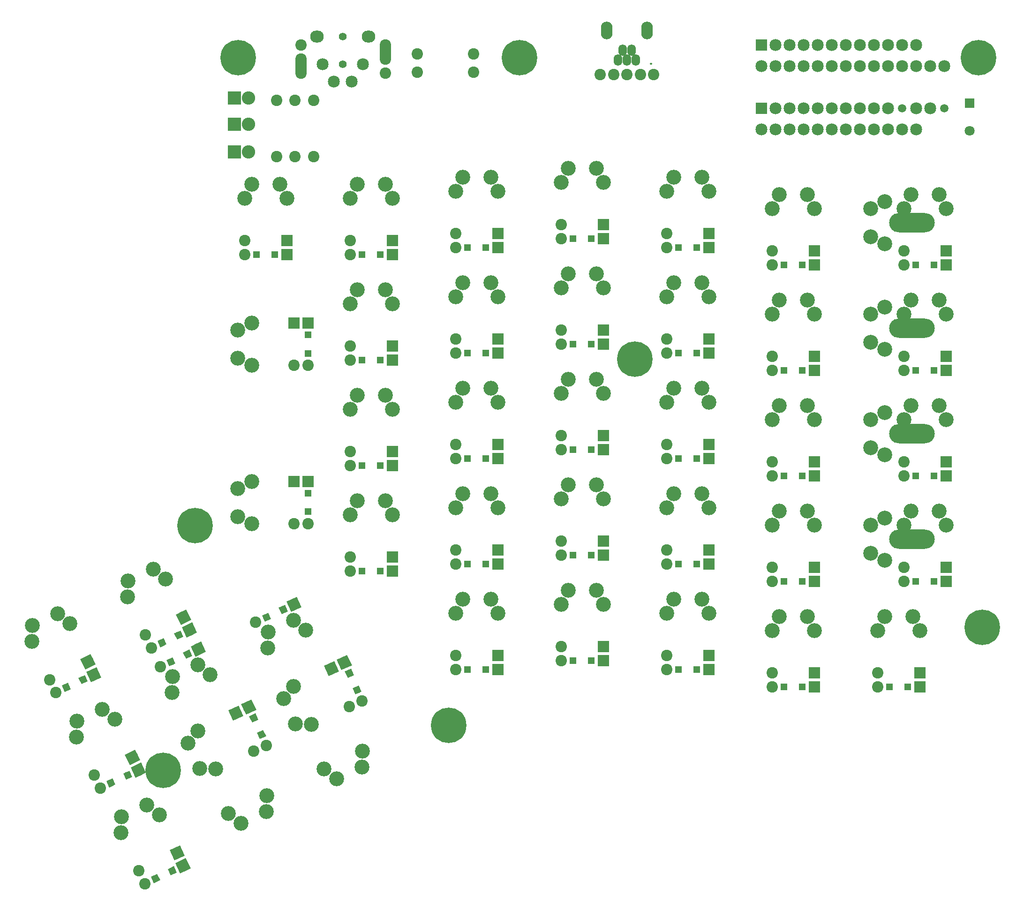
<source format=gbr>
G04 #@! TF.GenerationSoftware,KiCad,Pcbnew,(2017-04-04 revision 5dbfc0233)-makepkg*
G04 #@! TF.CreationDate,2017-04-22T22:17:14+08:00*
G04 #@! TF.ProjectId,ErgoDone,4572676F446F6E652E6B696361645F70,rev?*
G04 #@! TF.FileFunction,Soldermask,Top*
G04 #@! TF.FilePolarity,Negative*
%FSLAX46Y46*%
G04 Gerber Fmt 4.6, Leading zero omitted, Abs format (unit mm)*
G04 Created by KiCad (PCBNEW (2017-04-04 revision 5dbfc0233)-makepkg) date 04/22/17 22:17:14*
%MOMM*%
%LPD*%
G01*
G04 APERTURE LIST*
%ADD10C,0.150000*%
%ADD11C,0.304800*%
%ADD12C,2.000000*%
%ADD13C,6.406400*%
%ADD14C,2.057400*%
%ADD15C,1.244600*%
%ADD16C,2.692400*%
%ADD17R,2.159000X2.159000*%
%ADD18C,2.159000*%
%ADD19O,2.463800X2.159000*%
%ADD20C,1.397000*%
%ADD21R,2.057400X2.057400*%
%ADD22R,1.244600X1.244600*%
%ADD23C,1.498600*%
%ADD24R,2.406400X2.406400*%
%ADD25C,2.406400*%
%ADD26O,1.549400X2.057400*%
%ADD27O,2.108200X3.200400*%
%ADD28R,1.806400X1.806400*%
%ADD29C,1.806400*%
%ADD30C,2.689860*%
%ADD31C,2.687320*%
%ADD32O,8.242300X3.479800*%
G04 APERTURE END LIST*
D10*
D11*
X141965000Y-38265000D02*
X142065000Y-38265000D01*
D12*
X78740000Y-37465000D02*
X78740000Y-40005000D01*
X93980000Y-37465000D02*
X93980000Y-34925000D01*
D13*
X139039600Y-91592400D03*
X201777600Y-140055600D03*
X53848000Y-165836600D03*
X59664600Y-121666000D03*
X105435400Y-157759400D03*
X201142600Y-37134800D03*
X118211600Y-37134800D03*
X67411600Y-37134800D03*
D14*
X78740000Y-40005000D03*
X78740000Y-37465000D03*
X78740000Y-34925000D03*
X93980000Y-40005000D03*
X93980000Y-37465000D03*
X93980000Y-34925000D03*
X53341367Y-147187736D03*
D15*
X55286576Y-146280670D03*
D10*
G36*
X54985576Y-147107661D02*
X54459585Y-145979670D01*
X55587576Y-145453679D01*
X56113567Y-146581670D01*
X54985576Y-147107661D01*
X54985576Y-147107661D01*
G37*
D14*
X60247433Y-143967384D03*
D10*
G36*
X59749862Y-145334450D02*
X58880367Y-143469813D01*
X60745004Y-142600318D01*
X61614499Y-144464955D01*
X59749862Y-145334450D01*
X59749862Y-145334450D01*
G37*
D15*
X58302224Y-144874450D03*
D10*
G36*
X58001224Y-145701441D02*
X57475233Y-144573450D01*
X58603224Y-144047459D01*
X59129215Y-145175450D01*
X58001224Y-145701441D01*
X58001224Y-145701441D01*
G37*
D14*
X70605747Y-139135936D03*
D15*
X72550956Y-138228870D03*
D10*
G36*
X72249956Y-139055861D02*
X71723965Y-137927870D01*
X72851956Y-137401879D01*
X73377947Y-138529870D01*
X72249956Y-139055861D01*
X72249956Y-139055861D01*
G37*
D14*
X77511813Y-135915584D03*
D10*
G36*
X77014242Y-137282650D02*
X76144747Y-135418013D01*
X78009384Y-134548518D01*
X78878879Y-136413155D01*
X77014242Y-137282650D01*
X77014242Y-137282650D01*
G37*
D15*
X75566604Y-136822650D03*
D10*
G36*
X75265604Y-137649641D02*
X74739613Y-136521650D01*
X75867604Y-135995659D01*
X76393595Y-137123650D01*
X75265604Y-137649641D01*
X75265604Y-137649641D01*
G37*
D16*
X77434621Y-138754526D03*
X72753017Y-143740174D03*
X79659082Y-140519823D03*
X72830577Y-140901427D03*
X60170241Y-146806326D03*
X55488637Y-151791974D03*
X62394702Y-148571623D03*
X55566197Y-148953227D03*
X85176179Y-167376434D03*
X89857783Y-162390786D03*
X82951718Y-165611137D03*
X89780223Y-165229533D03*
X67909259Y-175425694D03*
X72590863Y-170440046D03*
X65684798Y-173660397D03*
X72513303Y-173278793D03*
D14*
X74365000Y-44845000D03*
X74365000Y-55005000D03*
X77665000Y-44845000D03*
X77665000Y-55005000D03*
X81065000Y-44845000D03*
X81065000Y-55005000D03*
X99785000Y-36505000D03*
X109945000Y-36505000D03*
X99792000Y-39791000D03*
X109952000Y-39791000D03*
D17*
X161925000Y-34925000D03*
D18*
X164465000Y-34925000D03*
X167005000Y-34925000D03*
X169545000Y-34925000D03*
X172085000Y-34925000D03*
X174625000Y-34925000D03*
X177165000Y-34925000D03*
X179705000Y-34925000D03*
X182245000Y-34925000D03*
X184785000Y-34925000D03*
X187325000Y-34925000D03*
X189865000Y-34925000D03*
X189865000Y-50165000D03*
X187325000Y-50165000D03*
X184785000Y-50165000D03*
X182245000Y-50165000D03*
X179705000Y-50165000D03*
X177165000Y-50165000D03*
X174625000Y-50165000D03*
X167005000Y-50165000D03*
X164465000Y-50165000D03*
X161925000Y-50165000D03*
X172085000Y-50165000D03*
X169545000Y-50165000D03*
D19*
X90957400Y-33375600D03*
D18*
X82702400Y-38379400D03*
X87909400Y-41478200D03*
D19*
X81661000Y-33375600D03*
D18*
X84709000Y-41478200D03*
X89916000Y-38379400D03*
D20*
X86309200Y-33375600D03*
X86309200Y-38379400D03*
D16*
X74930000Y-60020200D03*
X68580000Y-62560200D03*
X76200000Y-62560200D03*
X69850000Y-60020200D03*
D14*
X68580000Y-70180200D03*
D21*
X76200000Y-70180200D03*
D14*
X68580000Y-72720200D03*
D21*
X76200000Y-72720200D03*
D22*
X70726300Y-72720200D03*
X74053700Y-72720200D03*
D16*
X67310000Y-86370160D03*
X69850000Y-92720160D03*
X69850000Y-85100160D03*
X67310000Y-91450160D03*
D14*
X77470000Y-92720160D03*
D21*
X77470000Y-85100160D03*
D14*
X80010000Y-92720160D03*
D21*
X80010000Y-85100160D03*
D22*
X80010000Y-90573860D03*
X80010000Y-87246460D03*
D16*
X67310000Y-114945160D03*
X69850000Y-121295160D03*
X69850000Y-113675160D03*
X67310000Y-120025160D03*
D14*
X77470000Y-121295160D03*
D21*
X77470000Y-113675160D03*
D14*
X80010000Y-121295160D03*
D21*
X80010000Y-113675160D03*
D22*
X80010000Y-119148860D03*
X80010000Y-115821460D03*
D16*
X189230000Y-138122660D03*
X182880000Y-140662660D03*
X190500000Y-140662660D03*
X184150000Y-138122660D03*
D14*
X182880000Y-148282660D03*
D21*
X190500000Y-148282660D03*
D14*
X182880000Y-150822660D03*
D21*
X190500000Y-150822660D03*
D22*
X185026300Y-150822660D03*
X188353700Y-150822660D03*
D16*
X93980000Y-79067660D03*
X87630000Y-81607660D03*
X95250000Y-81607660D03*
X88900000Y-79067660D03*
D14*
X87630000Y-89227660D03*
D21*
X95250000Y-89227660D03*
D14*
X87630000Y-91767660D03*
D21*
X95250000Y-91767660D03*
D22*
X89776300Y-91767660D03*
X93103700Y-91767660D03*
D16*
X42903321Y-154855586D03*
X38221717Y-159841234D03*
X45127782Y-156620883D03*
X38299277Y-157002487D03*
D14*
X41442068Y-166747299D03*
X48348133Y-163526948D03*
D10*
G36*
X47850562Y-164894014D02*
X46981067Y-163029377D01*
X48845704Y-162159882D01*
X49715199Y-164024519D01*
X47850562Y-164894014D01*
X47850562Y-164894014D01*
G37*
D14*
X42515518Y-169049321D03*
X49421584Y-165828970D03*
D10*
G36*
X48924013Y-167196036D02*
X48054518Y-165331399D01*
X49919155Y-164461904D01*
X50788650Y-166326541D01*
X48924013Y-167196036D01*
X48924013Y-167196036D01*
G37*
D15*
X44460727Y-168142255D03*
D10*
G36*
X44159727Y-168969246D02*
X43633736Y-167841255D01*
X44761727Y-167315264D01*
X45287718Y-168443255D01*
X44159727Y-168969246D01*
X44159727Y-168969246D01*
G37*
D15*
X47476375Y-166736035D03*
D10*
G36*
X47175375Y-167563026D02*
X46649384Y-166435035D01*
X47777375Y-165909044D01*
X48303366Y-167037035D01*
X47175375Y-167563026D01*
X47175375Y-167563026D01*
G37*
D16*
X50955121Y-172122506D03*
X46273517Y-177108154D03*
X53179582Y-173887803D03*
X46351077Y-174269407D03*
D14*
X49493868Y-184014219D03*
X56399933Y-180793868D03*
D10*
G36*
X55902362Y-182160934D02*
X55032867Y-180296297D01*
X56897504Y-179426802D01*
X57766999Y-181291439D01*
X55902362Y-182160934D01*
X55902362Y-182160934D01*
G37*
D14*
X50567318Y-186316241D03*
X57473384Y-183095890D03*
D10*
G36*
X56975813Y-184462956D02*
X56106318Y-182598319D01*
X57970955Y-181728824D01*
X58840450Y-183593461D01*
X56975813Y-184462956D01*
X56975813Y-184462956D01*
G37*
D15*
X52512527Y-185409175D03*
D10*
G36*
X52211527Y-186236166D02*
X51685536Y-185108175D01*
X52813527Y-184582184D01*
X53339518Y-185710175D01*
X52211527Y-186236166D01*
X52211527Y-186236166D01*
G37*
D15*
X55528175Y-184002955D03*
D10*
G36*
X55227175Y-184829946D02*
X54701184Y-183701955D01*
X55829175Y-183175964D01*
X56355166Y-184303955D01*
X55227175Y-184829946D01*
X55227175Y-184829946D01*
G37*
D16*
X34854061Y-137591206D03*
X30172457Y-142576854D03*
X37078522Y-139356503D03*
X30250017Y-139738107D03*
D14*
X33392808Y-149482919D03*
X40298873Y-146262568D03*
D10*
G36*
X39801302Y-147629634D02*
X38931807Y-145764997D01*
X40796444Y-144895502D01*
X41665939Y-146760139D01*
X39801302Y-147629634D01*
X39801302Y-147629634D01*
G37*
D14*
X34466258Y-151784941D03*
X41372324Y-148564590D03*
D10*
G36*
X40874753Y-149931656D02*
X40005258Y-148067019D01*
X41869895Y-147197524D01*
X42739390Y-149062161D01*
X40874753Y-149931656D01*
X40874753Y-149931656D01*
G37*
D15*
X36411467Y-150877875D03*
D10*
G36*
X36110467Y-151704866D02*
X35584476Y-150576875D01*
X36712467Y-150050884D01*
X37238458Y-151178875D01*
X36110467Y-151704866D01*
X36110467Y-151704866D01*
G37*
D15*
X39427115Y-149471655D03*
D10*
G36*
X39126115Y-150298646D02*
X38600124Y-149170655D01*
X39728115Y-148644664D01*
X40254106Y-149772655D01*
X39126115Y-150298646D01*
X39126115Y-150298646D01*
G37*
D16*
X52118441Y-129541946D03*
X47436837Y-134527594D03*
X54342902Y-131307243D03*
X47514397Y-131688847D03*
D14*
X50657188Y-141433659D03*
X57563253Y-138213308D03*
D10*
G36*
X57065682Y-139580374D02*
X56196187Y-137715737D01*
X58060824Y-136846242D01*
X58930319Y-138710879D01*
X57065682Y-139580374D01*
X57065682Y-139580374D01*
G37*
D14*
X51730638Y-143735681D03*
X58636704Y-140515330D03*
D10*
G36*
X58139133Y-141882396D02*
X57269638Y-140017759D01*
X59134275Y-139148264D01*
X60003770Y-141012901D01*
X58139133Y-141882396D01*
X58139133Y-141882396D01*
G37*
D15*
X53675847Y-142828615D03*
D10*
G36*
X53374847Y-143655606D02*
X52848856Y-142527615D01*
X53976847Y-142001624D01*
X54502838Y-143129615D01*
X53374847Y-143655606D01*
X53374847Y-143655606D01*
G37*
D15*
X56691495Y-141422395D03*
D10*
G36*
X56390495Y-142249386D02*
X55864504Y-141121395D01*
X56992495Y-140595404D01*
X57518486Y-141723395D01*
X56390495Y-142249386D01*
X56390495Y-142249386D01*
G37*
D16*
X170180000Y-61925200D03*
X163830000Y-64465200D03*
X171450000Y-64465200D03*
X165100000Y-61925200D03*
D14*
X163830000Y-72085200D03*
D21*
X171450000Y-72085200D03*
D14*
X163830000Y-74625200D03*
D21*
X171450000Y-74625200D03*
D22*
X165976300Y-74625200D03*
X169303700Y-74625200D03*
D16*
X151130000Y-58747660D03*
X144780000Y-61287660D03*
X152400000Y-61287660D03*
X146050000Y-58747660D03*
D14*
X144780000Y-68907660D03*
D21*
X152400000Y-68907660D03*
D14*
X144780000Y-71447660D03*
D21*
X152400000Y-71447660D03*
D22*
X146926300Y-71447660D03*
X150253700Y-71447660D03*
D16*
X132080000Y-57150000D03*
X125730000Y-59690000D03*
X133350000Y-59690000D03*
X127000000Y-57150000D03*
D14*
X125730000Y-67310000D03*
D21*
X133350000Y-67310000D03*
D14*
X125730000Y-69850000D03*
D21*
X133350000Y-69850000D03*
D22*
X127876300Y-69850000D03*
X131203700Y-69850000D03*
D16*
X113030000Y-58747660D03*
X106680000Y-61287660D03*
X114300000Y-61287660D03*
X107950000Y-58747660D03*
D14*
X106680000Y-68907660D03*
D21*
X114300000Y-68907660D03*
D14*
X106680000Y-71447660D03*
D21*
X114300000Y-71447660D03*
D22*
X108826300Y-71447660D03*
X112153700Y-71447660D03*
D16*
X151130000Y-134947660D03*
X144780000Y-137487660D03*
X152400000Y-137487660D03*
X146050000Y-134947660D03*
D14*
X144780000Y-145107660D03*
D21*
X152400000Y-145107660D03*
D14*
X144780000Y-147647660D03*
D21*
X152400000Y-147647660D03*
D22*
X146926300Y-147647660D03*
X150253700Y-147647660D03*
D16*
X170180000Y-80972660D03*
X163830000Y-83512660D03*
X171450000Y-83512660D03*
X165100000Y-80972660D03*
D14*
X163830000Y-91132660D03*
D21*
X171450000Y-91132660D03*
D14*
X163830000Y-93672660D03*
D21*
X171450000Y-93672660D03*
D22*
X165976300Y-93672660D03*
X169303700Y-93672660D03*
D16*
X132080000Y-76200000D03*
X125730000Y-78740000D03*
X133350000Y-78740000D03*
X127000000Y-76200000D03*
D14*
X125730000Y-86360000D03*
D21*
X133350000Y-86360000D03*
D14*
X125730000Y-88900000D03*
D21*
X133350000Y-88900000D03*
D22*
X127876300Y-88900000D03*
X131203700Y-88900000D03*
D16*
X113030000Y-77797660D03*
X106680000Y-80337660D03*
X114300000Y-80337660D03*
X107950000Y-77797660D03*
D14*
X106680000Y-87957660D03*
D21*
X114300000Y-87957660D03*
D14*
X106680000Y-90497660D03*
D21*
X114300000Y-90497660D03*
D22*
X108826300Y-90497660D03*
X112153700Y-90497660D03*
D16*
X170180000Y-100022660D03*
X163830000Y-102562660D03*
X171450000Y-102562660D03*
X165100000Y-100022660D03*
D14*
X163830000Y-110182660D03*
D21*
X171450000Y-110182660D03*
D14*
X163830000Y-112722660D03*
D21*
X171450000Y-112722660D03*
D22*
X165976300Y-112722660D03*
X169303700Y-112722660D03*
D16*
X151130000Y-96847660D03*
X144780000Y-99387660D03*
X152400000Y-99387660D03*
X146050000Y-96847660D03*
D14*
X144780000Y-107007660D03*
D21*
X152400000Y-107007660D03*
D14*
X144780000Y-109547660D03*
D21*
X152400000Y-109547660D03*
D22*
X146926300Y-109547660D03*
X150253700Y-109547660D03*
D16*
X132080000Y-95250000D03*
X125730000Y-97790000D03*
X133350000Y-97790000D03*
X127000000Y-95250000D03*
D14*
X125730000Y-105410000D03*
D21*
X133350000Y-105410000D03*
D14*
X125730000Y-107950000D03*
D21*
X133350000Y-107950000D03*
D22*
X127876300Y-107950000D03*
X131203700Y-107950000D03*
D16*
X113030000Y-96847660D03*
X106680000Y-99387660D03*
X114300000Y-99387660D03*
X107950000Y-96847660D03*
D14*
X106680000Y-107007660D03*
D21*
X114300000Y-107007660D03*
D14*
X106680000Y-109547660D03*
D21*
X114300000Y-109547660D03*
D22*
X108826300Y-109547660D03*
X112153700Y-109547660D03*
D16*
X93980000Y-98117660D03*
X87630000Y-100657660D03*
X95250000Y-100657660D03*
X88900000Y-98117660D03*
D14*
X87630000Y-108277660D03*
D21*
X95250000Y-108277660D03*
D14*
X87630000Y-110817660D03*
D21*
X95250000Y-110817660D03*
D22*
X89776300Y-110817660D03*
X93103700Y-110817660D03*
D16*
X170180000Y-119072660D03*
X163830000Y-121612660D03*
X171450000Y-121612660D03*
X165100000Y-119072660D03*
D14*
X163830000Y-129232660D03*
D21*
X171450000Y-129232660D03*
D14*
X163830000Y-131772660D03*
D21*
X171450000Y-131772660D03*
D22*
X165976300Y-131772660D03*
X169303700Y-131772660D03*
D16*
X151130000Y-115897660D03*
X144780000Y-118437660D03*
X152400000Y-118437660D03*
X146050000Y-115897660D03*
D14*
X144780000Y-126057660D03*
D21*
X152400000Y-126057660D03*
D14*
X144780000Y-128597660D03*
D21*
X152400000Y-128597660D03*
D22*
X146926300Y-128597660D03*
X150253700Y-128597660D03*
D16*
X132080000Y-114300000D03*
X125730000Y-116840000D03*
X133350000Y-116840000D03*
X127000000Y-114300000D03*
D14*
X125730000Y-124460000D03*
D21*
X133350000Y-124460000D03*
D14*
X125730000Y-127000000D03*
D21*
X133350000Y-127000000D03*
D22*
X127876300Y-127000000D03*
X131203700Y-127000000D03*
D16*
X113030000Y-115897660D03*
X106680000Y-118437660D03*
X114300000Y-118437660D03*
X107950000Y-115897660D03*
D14*
X106680000Y-126057660D03*
D21*
X114300000Y-126057660D03*
D14*
X106680000Y-128597660D03*
D21*
X114300000Y-128597660D03*
D22*
X108826300Y-128597660D03*
X112153700Y-128597660D03*
D16*
X93980000Y-117167660D03*
X87630000Y-119707660D03*
X95250000Y-119707660D03*
X88900000Y-117167660D03*
D14*
X87630000Y-127327660D03*
D21*
X95250000Y-127327660D03*
D14*
X87630000Y-129867660D03*
D21*
X95250000Y-129867660D03*
D22*
X89776300Y-129867660D03*
X93103700Y-129867660D03*
D16*
X170180000Y-138122660D03*
X163830000Y-140662660D03*
X171450000Y-140662660D03*
X165100000Y-138122660D03*
D14*
X163830000Y-148282660D03*
D21*
X171450000Y-148282660D03*
D14*
X163830000Y-150822660D03*
D21*
X171450000Y-150822660D03*
D22*
X165976300Y-150822660D03*
X169303700Y-150822660D03*
D16*
X132080000Y-133350000D03*
X125730000Y-135890000D03*
X133350000Y-135890000D03*
X127000000Y-133350000D03*
D14*
X125730000Y-143510000D03*
D21*
X133350000Y-143510000D03*
D14*
X125730000Y-146050000D03*
D21*
X133350000Y-146050000D03*
D22*
X127876300Y-146050000D03*
X131203700Y-146050000D03*
D16*
X113030000Y-134947660D03*
X106680000Y-137487660D03*
X114300000Y-137487660D03*
X107950000Y-134947660D03*
D14*
X106680000Y-145107660D03*
D21*
X114300000Y-145107660D03*
D14*
X106680000Y-147647660D03*
D21*
X114300000Y-147647660D03*
D22*
X108826300Y-147647660D03*
X112153700Y-147647660D03*
D16*
X75625366Y-152910359D03*
X80611014Y-157591963D03*
X77390663Y-150685898D03*
X77772267Y-157514403D03*
D14*
X87517079Y-154371612D03*
X84296728Y-147465547D03*
D10*
G36*
X85663794Y-147963118D02*
X83799157Y-148832613D01*
X82929662Y-146967976D01*
X84794299Y-146098481D01*
X85663794Y-147963118D01*
X85663794Y-147963118D01*
G37*
D14*
X89819101Y-153298162D03*
X86598750Y-146392096D03*
D10*
G36*
X87965816Y-146889667D02*
X86101179Y-147759162D01*
X85231684Y-145894525D01*
X87096321Y-145025030D01*
X87965816Y-146889667D01*
X87965816Y-146889667D01*
G37*
D15*
X88912035Y-151352953D03*
D10*
G36*
X89739026Y-151653953D02*
X88611035Y-152179944D01*
X88085044Y-151051953D01*
X89213035Y-150525962D01*
X89739026Y-151653953D01*
X89739026Y-151653953D01*
G37*
D15*
X87505815Y-148337305D03*
D10*
G36*
X88332806Y-148638305D02*
X87204815Y-149164296D01*
X86678824Y-148036305D01*
X87806815Y-147510314D01*
X88332806Y-148638305D01*
X88332806Y-148638305D01*
G37*
D16*
X58360986Y-160962159D03*
X63346634Y-165643763D03*
X60126283Y-158737698D03*
X60507887Y-165566203D03*
D14*
X70252699Y-162423412D03*
X67032348Y-155517347D03*
D10*
G36*
X68399414Y-156014918D02*
X66534777Y-156884413D01*
X65665282Y-155019776D01*
X67529919Y-154150281D01*
X68399414Y-156014918D01*
X68399414Y-156014918D01*
G37*
D14*
X72554721Y-161349962D03*
X69334370Y-154443896D03*
D10*
G36*
X70701436Y-154941467D02*
X68836799Y-155810962D01*
X67967304Y-153946325D01*
X69831941Y-153076830D01*
X70701436Y-154941467D01*
X70701436Y-154941467D01*
G37*
D15*
X71647655Y-159404753D03*
D10*
G36*
X72474646Y-159705753D02*
X71346655Y-160231744D01*
X70820664Y-159103753D01*
X71948655Y-158577762D01*
X72474646Y-159705753D01*
X72474646Y-159705753D01*
G37*
D15*
X70241435Y-156389105D03*
D10*
G36*
X71068426Y-156690105D02*
X69940435Y-157216096D01*
X69414444Y-156088105D01*
X70542435Y-155562114D01*
X71068426Y-156690105D01*
X71068426Y-156690105D01*
G37*
D16*
X151130000Y-77797660D03*
X144780000Y-80337660D03*
X152400000Y-80337660D03*
X146050000Y-77797660D03*
D14*
X144780000Y-87957660D03*
D21*
X152400000Y-87957660D03*
D14*
X144780000Y-90497660D03*
D21*
X152400000Y-90497660D03*
D22*
X146926300Y-90497660D03*
X150253700Y-90497660D03*
D16*
X93980000Y-60020200D03*
X87630000Y-62560200D03*
X95250000Y-62560200D03*
X88900000Y-60020200D03*
D14*
X87630000Y-70180200D03*
D21*
X95250000Y-70180200D03*
D14*
X87630000Y-72720200D03*
D21*
X95250000Y-72720200D03*
D22*
X89776300Y-72720200D03*
X93103700Y-72720200D03*
D18*
X164450000Y-46330000D03*
X166990000Y-46330000D03*
X169530000Y-46330000D03*
X172070000Y-46330000D03*
X174610000Y-46330000D03*
X177150000Y-46330000D03*
X179690000Y-46330000D03*
X182230000Y-46330000D03*
X184770000Y-46330000D03*
D23*
X187310000Y-46330000D03*
D18*
X189850000Y-46330000D03*
X192390000Y-46330000D03*
D23*
X194930000Y-46330000D03*
D17*
X161910000Y-46330000D03*
D18*
X194930000Y-38710000D03*
X192390000Y-38710000D03*
X189850000Y-38710000D03*
X187310000Y-38710000D03*
X184770000Y-38710000D03*
X182230000Y-38710000D03*
X179690000Y-38710000D03*
X177150000Y-38710000D03*
X174610000Y-38710000D03*
X172070000Y-38710000D03*
X169530000Y-38710000D03*
X166990000Y-38710000D03*
X164450000Y-38710000D03*
X161910000Y-38710000D03*
D24*
X66775000Y-44455000D03*
D25*
X69315000Y-44455000D03*
D24*
X66775000Y-49165000D03*
D25*
X69315000Y-49165000D03*
D24*
X66775000Y-54165000D03*
D25*
X69315000Y-54165000D03*
D26*
X136042400Y-37553900D03*
X136842500Y-35806380D03*
X137642600Y-37553900D03*
X138442700Y-35806380D03*
X139242800Y-37553900D03*
D27*
X141290040Y-32230060D03*
X133995160Y-32230060D03*
D14*
X135229600Y-40259000D03*
X132816600Y-40259000D03*
X137642600Y-40259000D03*
X142468600Y-40259000D03*
X140055600Y-40259000D03*
D28*
X199475000Y-45375000D03*
D29*
X199475000Y-50375000D03*
D16*
X193992500Y-119072660D03*
X187642500Y-121612660D03*
D30*
X195262500Y-121612660D03*
D16*
X188912500Y-119072660D03*
D14*
X187642500Y-129232660D03*
D21*
X195262500Y-129232660D03*
D14*
X187642500Y-131772660D03*
D21*
X195262500Y-131772660D03*
D22*
X189788800Y-131772660D03*
X193116200Y-131772660D03*
D31*
X181610000Y-121612660D03*
X184150000Y-120342660D03*
X184150000Y-127962660D03*
X181610000Y-126692660D03*
D32*
X189069980Y-124152660D03*
D16*
X193992500Y-100022660D03*
X187642500Y-102562660D03*
D30*
X195262500Y-102562660D03*
D16*
X188912500Y-100022660D03*
D14*
X187642500Y-110182660D03*
D21*
X195262500Y-110182660D03*
D14*
X187642500Y-112722660D03*
D21*
X195262500Y-112722660D03*
D22*
X189788800Y-112722660D03*
X193116200Y-112722660D03*
D31*
X181610000Y-102562660D03*
X184150000Y-101292660D03*
X184150000Y-108912660D03*
X181610000Y-107642660D03*
D32*
X189069980Y-105102660D03*
D16*
X193992500Y-80972660D03*
X187642500Y-83512660D03*
D30*
X195262500Y-83512660D03*
D16*
X188912500Y-80972660D03*
D14*
X187642500Y-91132660D03*
D21*
X195262500Y-91132660D03*
D14*
X187642500Y-93672660D03*
D21*
X195262500Y-93672660D03*
D22*
X189788800Y-93672660D03*
X193116200Y-93672660D03*
D31*
X181610000Y-83512660D03*
X184150000Y-82242660D03*
X184150000Y-89862660D03*
X181610000Y-88592660D03*
D32*
X189069980Y-86052660D03*
D16*
X193992500Y-61925200D03*
X187642500Y-64465200D03*
D30*
X195262500Y-64465200D03*
D16*
X188912500Y-61925200D03*
D14*
X187642500Y-72085200D03*
D21*
X195262500Y-72085200D03*
D14*
X187642500Y-74625200D03*
D21*
X195262500Y-74625200D03*
D22*
X189788800Y-74625200D03*
X193116200Y-74625200D03*
D31*
X181610000Y-64465200D03*
X184150000Y-63195200D03*
X184150000Y-70815200D03*
X181610000Y-69545200D03*
D32*
X189069980Y-67005200D03*
M02*

</source>
